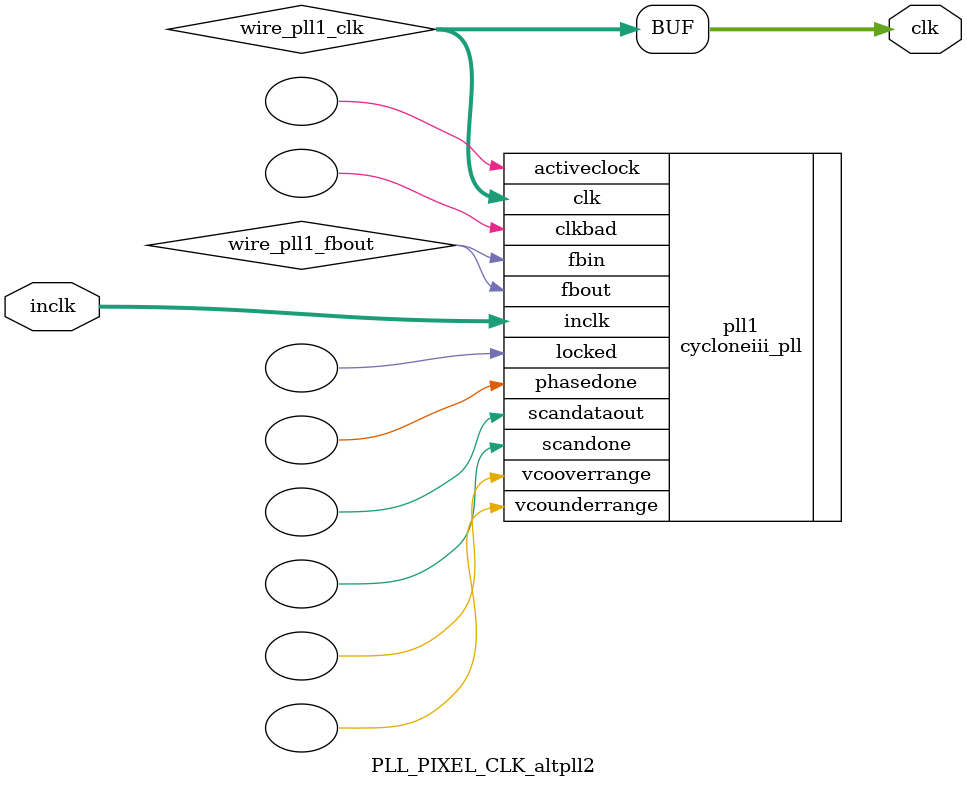
<source format=v>






//synthesis_resources = cycloneiii_pll 1 
//synopsys translate_off
`timescale 1 ps / 1 ps
//synopsys translate_on
module  PLL_PIXEL_CLK_altpll2
	( 
	clk,
	inclk) /* synthesis synthesis_clearbox=1 */;
	output   [4:0]  clk;
	input   [1:0]  inclk;
`ifndef ALTERA_RESERVED_QIS
// synopsys translate_off
`endif
	tri0   [1:0]  inclk;
`ifndef ALTERA_RESERVED_QIS
// synopsys translate_on
`endif

	wire  [4:0]   wire_pll1_clk;
	wire  wire_pll1_fbout;

	cycloneiii_pll   pll1
	( 
	.activeclock(),
	.clk(wire_pll1_clk),
	.clkbad(),
	.fbin(wire_pll1_fbout),
	.fbout(wire_pll1_fbout),
	.inclk(inclk),
	.locked(),
	.phasedone(),
	.scandataout(),
	.scandone(),
	.vcooverrange(),
	.vcounderrange()
	`ifndef FORMAL_VERIFICATION
	// synopsys translate_off
	`endif
	,
	.areset(1'b0),
	.clkswitch(1'b0),
	.configupdate(1'b0),
	.pfdena(1'b1),
	.phasecounterselect({3{1'b0}}),
	.phasestep(1'b0),
	.phaseupdown(1'b0),
	.scanclk(1'b0),
	.scanclkena(1'b1),
	.scandata(1'b0)
	`ifndef FORMAL_VERIFICATION
	// synopsys translate_on
	`endif
	);
	defparam
		pll1.bandwidth_type = "auto",
		pll1.clk0_divide_by = 25,
		pll1.clk0_duty_cycle = 50,
		pll1.clk0_multiply_by = 54,
		pll1.clk0_phase_shift = "0",
		pll1.compensate_clock = "clk0",
		pll1.inclk0_input_frequency = 20000,
		pll1.operation_mode = "normal",
		pll1.pll_type = "auto",
		pll1.lpm_type = "cycloneiii_pll";
	assign
		clk = {wire_pll1_clk[4:0]};
endmodule //PLL_PIXEL_CLK_altpll2
//VALID FILE

</source>
